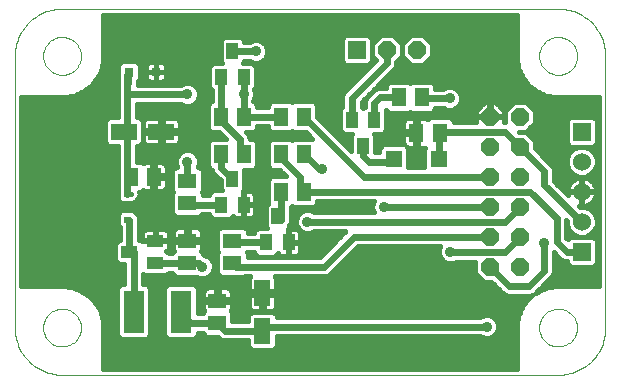
<source format=gtl>
G75*
G70*
%OFA0B0*%
%FSLAX24Y24*%
%IPPOS*%
%LPD*%
%AMOC8*
5,1,8,0,0,1.08239X$1,22.5*
%
%ADD10R,0.0512X0.0630*%
%ADD11R,0.0709X0.1417*%
%ADD12OC8,0.0600*%
%ADD13R,0.0630X0.0512*%
%ADD14R,0.0551X0.0394*%
%ADD15R,0.0591X0.0512*%
%ADD16R,0.0551X0.0866*%
%ADD17R,0.0236X0.0236*%
%ADD18R,0.0512X0.0591*%
%ADD19R,0.0866X0.0551*%
%ADD20R,0.0315X0.0315*%
%ADD21R,0.0600X0.0600*%
%ADD22C,0.0600*%
%ADD23R,0.0551X0.0551*%
%ADD24R,0.0394X0.0551*%
%ADD25C,0.0000*%
%ADD26C,0.0160*%
%ADD27C,0.0356*%
%ADD28C,0.0240*%
D10*
X012026Y009519D03*
X012774Y009519D03*
X012774Y010769D03*
X012026Y010769D03*
X010774Y010769D03*
X010026Y010769D03*
X010026Y012019D03*
X010774Y012019D03*
X012026Y012019D03*
X012774Y012019D03*
X015960Y012669D03*
X016708Y012669D03*
X016530Y011488D03*
X017318Y011488D03*
D11*
X008688Y005519D03*
X007113Y005519D03*
D12*
X018983Y007019D03*
X019983Y007019D03*
X019983Y008019D03*
X018983Y008019D03*
X018983Y009019D03*
X019983Y009019D03*
X019983Y010019D03*
X018983Y010019D03*
X018983Y011019D03*
X019983Y011019D03*
X019983Y012019D03*
X018983Y012019D03*
X016546Y014243D03*
X015546Y014243D03*
D13*
X008900Y009893D03*
X008900Y009145D03*
X008900Y007893D03*
X008900Y007145D03*
X010400Y007145D03*
X010400Y007893D03*
D14*
X007834Y007893D03*
X006967Y007519D03*
X007834Y007145D03*
D15*
X009900Y005893D03*
X009900Y005145D03*
D16*
X011400Y004889D03*
X011400Y006149D03*
D17*
X006900Y008586D03*
X006900Y009452D03*
D18*
X007026Y010019D03*
X007774Y010019D03*
D19*
X008030Y011519D03*
X006771Y011519D03*
D20*
X006958Y013519D03*
X007843Y013519D03*
D21*
X014546Y014243D03*
X022042Y011519D03*
X022042Y007519D03*
D22*
X022042Y008519D03*
X022042Y009519D03*
X022042Y010519D03*
D23*
X017273Y010619D03*
X015776Y010619D03*
D24*
X014759Y011054D03*
X015133Y011921D03*
X014385Y011921D03*
X010774Y013336D03*
X010026Y013336D03*
X010400Y014202D03*
X010400Y009952D03*
X010026Y009086D03*
X010774Y009086D03*
X011900Y008702D03*
X011526Y007836D03*
X012274Y007836D03*
D25*
X004719Y003417D02*
X021255Y003417D01*
X021255Y003416D02*
X021332Y003418D01*
X021409Y003424D01*
X021486Y003433D01*
X021562Y003446D01*
X021638Y003463D01*
X021712Y003484D01*
X021786Y003508D01*
X021858Y003536D01*
X021928Y003567D01*
X021997Y003602D01*
X022065Y003640D01*
X022130Y003681D01*
X022193Y003726D01*
X022254Y003774D01*
X022313Y003824D01*
X022369Y003877D01*
X022422Y003933D01*
X022472Y003992D01*
X022520Y004053D01*
X022565Y004116D01*
X022606Y004181D01*
X022644Y004249D01*
X022679Y004318D01*
X022710Y004388D01*
X022738Y004460D01*
X022762Y004534D01*
X022783Y004608D01*
X022800Y004684D01*
X022813Y004760D01*
X022822Y004837D01*
X022828Y004914D01*
X022830Y004991D01*
X022830Y014047D01*
X022828Y014124D01*
X022822Y014201D01*
X022813Y014278D01*
X022800Y014354D01*
X022783Y014430D01*
X022762Y014504D01*
X022738Y014578D01*
X022710Y014650D01*
X022679Y014720D01*
X022644Y014789D01*
X022606Y014857D01*
X022565Y014922D01*
X022520Y014985D01*
X022472Y015046D01*
X022422Y015105D01*
X022369Y015161D01*
X022313Y015214D01*
X022254Y015264D01*
X022193Y015312D01*
X022130Y015357D01*
X022065Y015398D01*
X021997Y015436D01*
X021928Y015471D01*
X021858Y015502D01*
X021786Y015530D01*
X021712Y015554D01*
X021638Y015575D01*
X021562Y015592D01*
X021486Y015605D01*
X021409Y015614D01*
X021332Y015620D01*
X021255Y015622D01*
X021255Y015621D02*
X004719Y015621D01*
X004719Y015622D02*
X004642Y015620D01*
X004565Y015614D01*
X004488Y015605D01*
X004412Y015592D01*
X004336Y015575D01*
X004262Y015554D01*
X004188Y015530D01*
X004116Y015502D01*
X004046Y015471D01*
X003977Y015436D01*
X003909Y015398D01*
X003844Y015357D01*
X003781Y015312D01*
X003720Y015264D01*
X003661Y015214D01*
X003605Y015161D01*
X003552Y015105D01*
X003502Y015046D01*
X003454Y014985D01*
X003409Y014922D01*
X003368Y014857D01*
X003330Y014789D01*
X003295Y014720D01*
X003264Y014650D01*
X003236Y014578D01*
X003212Y014504D01*
X003191Y014430D01*
X003174Y014354D01*
X003161Y014278D01*
X003152Y014201D01*
X003146Y014124D01*
X003144Y014047D01*
X003145Y014047D02*
X003145Y004991D01*
X003144Y004991D02*
X003146Y004914D01*
X003152Y004837D01*
X003161Y004760D01*
X003174Y004684D01*
X003191Y004608D01*
X003212Y004534D01*
X003236Y004460D01*
X003264Y004388D01*
X003295Y004318D01*
X003330Y004249D01*
X003368Y004181D01*
X003409Y004116D01*
X003454Y004053D01*
X003502Y003992D01*
X003552Y003933D01*
X003605Y003877D01*
X003661Y003824D01*
X003720Y003774D01*
X003781Y003726D01*
X003844Y003681D01*
X003909Y003640D01*
X003977Y003602D01*
X004046Y003567D01*
X004116Y003536D01*
X004188Y003508D01*
X004262Y003484D01*
X004336Y003463D01*
X004412Y003446D01*
X004488Y003433D01*
X004565Y003424D01*
X004642Y003418D01*
X004719Y003416D01*
X004089Y004991D02*
X004091Y005041D01*
X004097Y005091D01*
X004107Y005140D01*
X004121Y005188D01*
X004138Y005235D01*
X004159Y005280D01*
X004184Y005324D01*
X004212Y005365D01*
X004244Y005404D01*
X004278Y005441D01*
X004315Y005475D01*
X004355Y005505D01*
X004397Y005532D01*
X004441Y005556D01*
X004487Y005577D01*
X004534Y005593D01*
X004582Y005606D01*
X004632Y005615D01*
X004681Y005620D01*
X004732Y005621D01*
X004782Y005618D01*
X004831Y005611D01*
X004880Y005600D01*
X004928Y005585D01*
X004974Y005567D01*
X005019Y005545D01*
X005062Y005519D01*
X005103Y005490D01*
X005142Y005458D01*
X005178Y005423D01*
X005210Y005385D01*
X005240Y005345D01*
X005267Y005302D01*
X005290Y005258D01*
X005309Y005212D01*
X005325Y005164D01*
X005337Y005115D01*
X005345Y005066D01*
X005349Y005016D01*
X005349Y004966D01*
X005345Y004916D01*
X005337Y004867D01*
X005325Y004818D01*
X005309Y004770D01*
X005290Y004724D01*
X005267Y004680D01*
X005240Y004637D01*
X005210Y004597D01*
X005178Y004559D01*
X005142Y004524D01*
X005103Y004492D01*
X005062Y004463D01*
X005019Y004437D01*
X004974Y004415D01*
X004928Y004397D01*
X004880Y004382D01*
X004831Y004371D01*
X004782Y004364D01*
X004732Y004361D01*
X004681Y004362D01*
X004632Y004367D01*
X004582Y004376D01*
X004534Y004389D01*
X004487Y004405D01*
X004441Y004426D01*
X004397Y004450D01*
X004355Y004477D01*
X004315Y004507D01*
X004278Y004541D01*
X004244Y004578D01*
X004212Y004617D01*
X004184Y004658D01*
X004159Y004702D01*
X004138Y004747D01*
X004121Y004794D01*
X004107Y004842D01*
X004097Y004891D01*
X004091Y004941D01*
X004089Y004991D01*
X004089Y014047D02*
X004091Y014097D01*
X004097Y014147D01*
X004107Y014196D01*
X004121Y014244D01*
X004138Y014291D01*
X004159Y014336D01*
X004184Y014380D01*
X004212Y014421D01*
X004244Y014460D01*
X004278Y014497D01*
X004315Y014531D01*
X004355Y014561D01*
X004397Y014588D01*
X004441Y014612D01*
X004487Y014633D01*
X004534Y014649D01*
X004582Y014662D01*
X004632Y014671D01*
X004681Y014676D01*
X004732Y014677D01*
X004782Y014674D01*
X004831Y014667D01*
X004880Y014656D01*
X004928Y014641D01*
X004974Y014623D01*
X005019Y014601D01*
X005062Y014575D01*
X005103Y014546D01*
X005142Y014514D01*
X005178Y014479D01*
X005210Y014441D01*
X005240Y014401D01*
X005267Y014358D01*
X005290Y014314D01*
X005309Y014268D01*
X005325Y014220D01*
X005337Y014171D01*
X005345Y014122D01*
X005349Y014072D01*
X005349Y014022D01*
X005345Y013972D01*
X005337Y013923D01*
X005325Y013874D01*
X005309Y013826D01*
X005290Y013780D01*
X005267Y013736D01*
X005240Y013693D01*
X005210Y013653D01*
X005178Y013615D01*
X005142Y013580D01*
X005103Y013548D01*
X005062Y013519D01*
X005019Y013493D01*
X004974Y013471D01*
X004928Y013453D01*
X004880Y013438D01*
X004831Y013427D01*
X004782Y013420D01*
X004732Y013417D01*
X004681Y013418D01*
X004632Y013423D01*
X004582Y013432D01*
X004534Y013445D01*
X004487Y013461D01*
X004441Y013482D01*
X004397Y013506D01*
X004355Y013533D01*
X004315Y013563D01*
X004278Y013597D01*
X004244Y013634D01*
X004212Y013673D01*
X004184Y013714D01*
X004159Y013758D01*
X004138Y013803D01*
X004121Y013850D01*
X004107Y013898D01*
X004097Y013947D01*
X004091Y013997D01*
X004089Y014047D01*
X020625Y014047D02*
X020627Y014097D01*
X020633Y014147D01*
X020643Y014196D01*
X020657Y014244D01*
X020674Y014291D01*
X020695Y014336D01*
X020720Y014380D01*
X020748Y014421D01*
X020780Y014460D01*
X020814Y014497D01*
X020851Y014531D01*
X020891Y014561D01*
X020933Y014588D01*
X020977Y014612D01*
X021023Y014633D01*
X021070Y014649D01*
X021118Y014662D01*
X021168Y014671D01*
X021217Y014676D01*
X021268Y014677D01*
X021318Y014674D01*
X021367Y014667D01*
X021416Y014656D01*
X021464Y014641D01*
X021510Y014623D01*
X021555Y014601D01*
X021598Y014575D01*
X021639Y014546D01*
X021678Y014514D01*
X021714Y014479D01*
X021746Y014441D01*
X021776Y014401D01*
X021803Y014358D01*
X021826Y014314D01*
X021845Y014268D01*
X021861Y014220D01*
X021873Y014171D01*
X021881Y014122D01*
X021885Y014072D01*
X021885Y014022D01*
X021881Y013972D01*
X021873Y013923D01*
X021861Y013874D01*
X021845Y013826D01*
X021826Y013780D01*
X021803Y013736D01*
X021776Y013693D01*
X021746Y013653D01*
X021714Y013615D01*
X021678Y013580D01*
X021639Y013548D01*
X021598Y013519D01*
X021555Y013493D01*
X021510Y013471D01*
X021464Y013453D01*
X021416Y013438D01*
X021367Y013427D01*
X021318Y013420D01*
X021268Y013417D01*
X021217Y013418D01*
X021168Y013423D01*
X021118Y013432D01*
X021070Y013445D01*
X021023Y013461D01*
X020977Y013482D01*
X020933Y013506D01*
X020891Y013533D01*
X020851Y013563D01*
X020814Y013597D01*
X020780Y013634D01*
X020748Y013673D01*
X020720Y013714D01*
X020695Y013758D01*
X020674Y013803D01*
X020657Y013850D01*
X020643Y013898D01*
X020633Y013947D01*
X020627Y013997D01*
X020625Y014047D01*
X020625Y004991D02*
X020627Y005041D01*
X020633Y005091D01*
X020643Y005140D01*
X020657Y005188D01*
X020674Y005235D01*
X020695Y005280D01*
X020720Y005324D01*
X020748Y005365D01*
X020780Y005404D01*
X020814Y005441D01*
X020851Y005475D01*
X020891Y005505D01*
X020933Y005532D01*
X020977Y005556D01*
X021023Y005577D01*
X021070Y005593D01*
X021118Y005606D01*
X021168Y005615D01*
X021217Y005620D01*
X021268Y005621D01*
X021318Y005618D01*
X021367Y005611D01*
X021416Y005600D01*
X021464Y005585D01*
X021510Y005567D01*
X021555Y005545D01*
X021598Y005519D01*
X021639Y005490D01*
X021678Y005458D01*
X021714Y005423D01*
X021746Y005385D01*
X021776Y005345D01*
X021803Y005302D01*
X021826Y005258D01*
X021845Y005212D01*
X021861Y005164D01*
X021873Y005115D01*
X021881Y005066D01*
X021885Y005016D01*
X021885Y004966D01*
X021881Y004916D01*
X021873Y004867D01*
X021861Y004818D01*
X021845Y004770D01*
X021826Y004724D01*
X021803Y004680D01*
X021776Y004637D01*
X021746Y004597D01*
X021714Y004559D01*
X021678Y004524D01*
X021639Y004492D01*
X021598Y004463D01*
X021555Y004437D01*
X021510Y004415D01*
X021464Y004397D01*
X021416Y004382D01*
X021367Y004371D01*
X021318Y004364D01*
X021268Y004361D01*
X021217Y004362D01*
X021168Y004367D01*
X021118Y004376D01*
X021070Y004389D01*
X021023Y004405D01*
X020977Y004426D01*
X020933Y004450D01*
X020891Y004477D01*
X020851Y004507D01*
X020814Y004541D01*
X020780Y004578D01*
X020748Y004617D01*
X020720Y004658D01*
X020695Y004702D01*
X020674Y004747D01*
X020657Y004794D01*
X020643Y004842D01*
X020633Y004891D01*
X020627Y004941D01*
X020625Y004991D01*
D26*
X019880Y005080D02*
X019874Y005074D01*
X019874Y004999D01*
X019868Y004923D01*
X019874Y004917D01*
X019874Y003617D01*
X006100Y003617D01*
X006100Y004917D01*
X006106Y004923D01*
X006100Y004999D01*
X006100Y005074D01*
X006095Y005080D01*
X006093Y005107D01*
X006101Y005121D01*
X006087Y005188D01*
X006082Y005256D01*
X006070Y005267D01*
X006062Y005302D01*
X006069Y005316D01*
X006045Y005381D01*
X006030Y005448D01*
X006017Y005456D01*
X006004Y005490D01*
X006009Y005505D01*
X005976Y005565D01*
X005952Y005630D01*
X005937Y005636D01*
X005920Y005667D01*
X005923Y005684D01*
X005882Y005738D01*
X005849Y005799D01*
X005833Y005803D01*
X005812Y005832D01*
X005812Y005848D01*
X005763Y005896D01*
X005722Y005951D01*
X005706Y005953D01*
X006559Y005953D01*
X006559Y005795D02*
X005851Y005795D01*
X005937Y005636D02*
X006559Y005636D01*
X006559Y005478D02*
X006009Y005478D01*
X006068Y005319D02*
X006559Y005319D01*
X006559Y005161D02*
X006093Y005161D01*
X006100Y005002D02*
X006559Y005002D01*
X006559Y004844D02*
X006100Y004844D01*
X006100Y004685D02*
X006601Y004685D01*
X006559Y004728D02*
X006676Y004610D01*
X007550Y004610D01*
X007667Y004728D01*
X007667Y006311D01*
X007550Y006428D01*
X007433Y006428D01*
X007433Y006790D01*
X007475Y006748D01*
X008192Y006748D01*
X008269Y006825D01*
X008386Y006825D01*
X008386Y006806D01*
X008503Y006689D01*
X009209Y006689D01*
X009325Y006641D01*
X009476Y006641D01*
X009615Y006699D01*
X009721Y006805D01*
X009779Y006944D01*
X009779Y007094D01*
X009721Y007233D01*
X009615Y007340D01*
X009476Y007397D01*
X009475Y007397D01*
X009456Y007416D01*
X009415Y007433D01*
X009415Y007484D01*
X009364Y007535D01*
X009383Y007568D01*
X009395Y007613D01*
X009395Y007845D01*
X008949Y007845D01*
X008949Y007941D01*
X009395Y007941D01*
X009395Y008173D01*
X009886Y008173D01*
X009886Y008232D02*
X009886Y007554D01*
X009921Y007519D01*
X009886Y007484D01*
X009886Y006806D01*
X010003Y006689D01*
X010798Y006689D01*
X010808Y006699D01*
X010987Y006699D01*
X010981Y006693D01*
X010957Y006651D01*
X010945Y006606D01*
X010945Y006207D01*
X011342Y006207D01*
X011342Y006091D01*
X010945Y006091D01*
X010945Y005692D01*
X010957Y005646D01*
X010981Y005605D01*
X011014Y005572D01*
X011055Y005548D01*
X011101Y005536D01*
X011343Y005536D01*
X011343Y006091D01*
X011458Y006091D01*
X011458Y005536D01*
X011700Y005536D01*
X011746Y005548D01*
X011787Y005572D01*
X011820Y005605D01*
X011844Y005646D01*
X011856Y005692D01*
X011856Y006091D01*
X011459Y006091D01*
X011459Y006207D01*
X011856Y006207D01*
X011856Y006606D01*
X011844Y006651D01*
X011820Y006693D01*
X011814Y006699D01*
X013376Y006699D01*
X013504Y006699D01*
X013621Y006748D01*
X014572Y007699D01*
X017329Y007699D01*
X017282Y007586D01*
X017282Y007436D01*
X017340Y007297D01*
X017446Y007191D01*
X017585Y007133D01*
X017736Y007133D01*
X017874Y007191D01*
X017875Y007191D01*
X018483Y007191D01*
X018483Y006812D01*
X018776Y006519D01*
X019031Y006519D01*
X019361Y006188D01*
X019451Y006098D01*
X019569Y006049D01*
X020207Y006049D01*
X020334Y006049D01*
X020385Y006070D01*
X020350Y006036D01*
X020295Y005995D01*
X020293Y005978D01*
X020268Y005953D01*
X020252Y005951D01*
X020211Y005896D01*
X020162Y005848D01*
X020162Y005832D01*
X020141Y005803D01*
X020125Y005799D01*
X020093Y005738D01*
X020051Y005684D01*
X020054Y005667D01*
X020037Y005636D01*
X020022Y005630D01*
X019998Y005565D01*
X019965Y005505D01*
X019970Y005490D01*
X019957Y005456D01*
X019944Y005448D01*
X019929Y005381D01*
X019905Y005316D01*
X019912Y005302D01*
X019904Y005267D01*
X019892Y005256D01*
X019887Y005188D01*
X019873Y005121D01*
X019881Y005107D01*
X019880Y005080D01*
X019874Y005002D02*
X019255Y005002D01*
X019255Y004944D02*
X019255Y005094D01*
X019197Y005233D01*
X019091Y005340D01*
X018952Y005397D01*
X018802Y005397D01*
X018663Y005340D01*
X018662Y005339D01*
X011876Y005339D01*
X011876Y005405D01*
X011759Y005522D01*
X011042Y005522D01*
X010925Y005405D01*
X010925Y005209D01*
X010396Y005209D01*
X010396Y005484D01*
X010345Y005535D01*
X010363Y005568D01*
X010376Y005613D01*
X010376Y005845D01*
X009949Y005845D01*
X009949Y005941D01*
X010376Y005941D01*
X010376Y006173D01*
X010363Y006218D01*
X010340Y006259D01*
X010306Y006293D01*
X010265Y006317D01*
X010219Y006329D01*
X009948Y006329D01*
X009948Y005941D01*
X009852Y005941D01*
X009852Y005845D01*
X009425Y005845D01*
X009425Y005613D01*
X009437Y005568D01*
X009456Y005535D01*
X009405Y005484D01*
X009405Y005465D01*
X009242Y005465D01*
X009242Y006311D01*
X009125Y006428D01*
X008251Y006428D01*
X008134Y006311D01*
X008134Y004728D01*
X008251Y004610D01*
X009125Y004610D01*
X009242Y004728D01*
X009242Y004825D01*
X009405Y004825D01*
X009405Y004806D01*
X009522Y004689D01*
X009904Y004689D01*
X009975Y004618D01*
X010093Y004569D01*
X010925Y004569D01*
X010925Y004373D01*
X011042Y004256D01*
X011759Y004256D01*
X011876Y004373D01*
X011876Y004699D01*
X018662Y004699D01*
X018663Y004699D01*
X018802Y004641D01*
X018952Y004641D01*
X019091Y004699D01*
X019197Y004805D01*
X019255Y004944D01*
X019213Y004844D02*
X019874Y004844D01*
X019874Y004685D02*
X019059Y004685D01*
X018695Y004685D02*
X011876Y004685D01*
X011876Y004526D02*
X019874Y004526D01*
X019874Y004368D02*
X011871Y004368D01*
X010930Y004368D02*
X006100Y004368D01*
X006100Y004526D02*
X010925Y004526D01*
X009908Y004685D02*
X009200Y004685D01*
X009062Y005145D02*
X008688Y005519D01*
X009242Y005478D02*
X009405Y005478D01*
X009425Y005636D02*
X009242Y005636D01*
X009242Y005795D02*
X009425Y005795D01*
X009425Y005941D02*
X009852Y005941D01*
X009852Y006329D01*
X009581Y006329D01*
X009536Y006317D01*
X009495Y006293D01*
X009461Y006259D01*
X009437Y006218D01*
X009425Y006173D01*
X009425Y005941D01*
X009425Y005953D02*
X009242Y005953D01*
X009242Y006112D02*
X009425Y006112D01*
X009472Y006270D02*
X009242Y006270D01*
X009852Y006270D02*
X009948Y006270D01*
X009948Y006112D02*
X009852Y006112D01*
X009852Y005953D02*
X009948Y005953D01*
X010376Y005953D02*
X010945Y005953D01*
X010945Y005795D02*
X010376Y005795D01*
X010376Y005636D02*
X010963Y005636D01*
X010998Y005478D02*
X010396Y005478D01*
X010396Y005319D02*
X010925Y005319D01*
X011343Y005636D02*
X011458Y005636D01*
X011458Y005795D02*
X011343Y005795D01*
X011343Y005953D02*
X011458Y005953D01*
X011459Y006112D02*
X019438Y006112D01*
X019279Y006270D02*
X011856Y006270D01*
X011856Y006429D02*
X019121Y006429D01*
X018708Y006588D02*
X011856Y006588D01*
X011342Y006112D02*
X010376Y006112D01*
X010329Y006270D02*
X010945Y006270D01*
X010945Y006429D02*
X007433Y006429D01*
X007433Y006588D02*
X010945Y006588D01*
X010915Y007339D02*
X013307Y007339D01*
X014167Y008199D01*
X013115Y008199D01*
X013115Y008199D01*
X012976Y008141D01*
X012825Y008141D01*
X012686Y008199D01*
X012580Y008305D01*
X012522Y008444D01*
X012522Y008594D01*
X012580Y008733D01*
X012686Y008840D01*
X012825Y008897D01*
X012976Y008897D01*
X013115Y008840D01*
X013115Y008839D01*
X015105Y008839D01*
X015062Y008944D01*
X015062Y009094D01*
X015105Y009199D01*
X013230Y009199D01*
X013230Y009121D01*
X013113Y009004D01*
X012436Y009004D01*
X012400Y009039D01*
X012365Y009004D01*
X012346Y009004D01*
X012346Y008578D01*
X012347Y008517D01*
X012346Y008516D01*
X012346Y008514D01*
X012322Y008455D01*
X012299Y008399D01*
X012298Y008398D01*
X012298Y008397D01*
X012297Y008396D01*
X012297Y008344D01*
X012245Y008292D01*
X012256Y008292D01*
X012256Y007855D01*
X012293Y007855D01*
X012293Y008292D01*
X012495Y008292D01*
X012541Y008279D01*
X012582Y008256D01*
X012615Y008222D01*
X012639Y008181D01*
X012651Y008135D01*
X012651Y007854D01*
X012293Y007854D01*
X012293Y007817D01*
X012293Y007380D01*
X012495Y007380D01*
X012541Y007393D01*
X012582Y007416D01*
X012615Y007450D01*
X012639Y007491D01*
X012651Y007537D01*
X012651Y007817D01*
X012293Y007817D01*
X012256Y007817D01*
X012256Y007380D01*
X012054Y007380D01*
X012008Y007393D01*
X011967Y007416D01*
X011934Y007450D01*
X011920Y007474D01*
X011806Y007360D01*
X011247Y007360D01*
X011130Y007478D01*
X011130Y007516D01*
X010883Y007516D01*
X010915Y007484D01*
X010915Y007339D01*
X010915Y007380D02*
X011227Y007380D01*
X011826Y007380D02*
X013349Y007380D01*
X013507Y007539D02*
X012651Y007539D01*
X012651Y007697D02*
X013666Y007697D01*
X013824Y007856D02*
X012651Y007856D01*
X012651Y008014D02*
X013983Y008014D01*
X014141Y008173D02*
X013053Y008173D01*
X012748Y008173D02*
X012641Y008173D01*
X012569Y008332D02*
X012285Y008332D01*
X012293Y008173D02*
X012256Y008173D01*
X012256Y008014D02*
X012293Y008014D01*
X012293Y007856D02*
X012256Y007856D01*
X012256Y007697D02*
X012293Y007697D01*
X012293Y007539D02*
X012256Y007539D01*
X011536Y008312D02*
X011247Y008312D01*
X011130Y008194D01*
X011130Y008156D01*
X010915Y008156D01*
X010915Y008232D01*
X010798Y008349D01*
X010003Y008349D01*
X009886Y008232D01*
X009985Y008332D02*
X007287Y008332D01*
X007287Y008490D02*
X011504Y008490D01*
X011504Y008344D02*
X011536Y008312D01*
X011516Y008332D02*
X010816Y008332D01*
X010915Y008173D02*
X011130Y008173D01*
X011504Y008344D02*
X011504Y009061D01*
X011571Y009127D01*
X011571Y009917D01*
X010797Y009917D01*
X010797Y010076D02*
X012141Y010076D01*
X012183Y010034D02*
X011688Y010034D01*
X011571Y009917D01*
X011571Y009758D02*
X010797Y009758D01*
X010797Y009600D02*
X011571Y009600D01*
X011571Y009441D02*
X011133Y009441D01*
X011139Y009431D02*
X011115Y009472D01*
X011082Y009506D01*
X011041Y009529D01*
X010995Y009542D01*
X010793Y009542D01*
X010793Y009105D01*
X010756Y009105D01*
X010756Y009542D01*
X010745Y009542D01*
X010797Y009594D01*
X010797Y010254D01*
X011113Y010254D01*
X011230Y010371D01*
X011230Y011167D01*
X011113Y011284D01*
X010970Y011284D01*
X010970Y011333D01*
X010922Y011450D01*
X010868Y011504D01*
X011113Y011504D01*
X011230Y011621D01*
X011230Y011699D01*
X011571Y011699D01*
X011571Y011621D01*
X011688Y011504D01*
X012365Y011504D01*
X012400Y011539D01*
X012436Y011504D01*
X012837Y011504D01*
X013057Y011284D01*
X012436Y011284D01*
X012400Y011249D01*
X012365Y011284D01*
X011688Y011284D01*
X011571Y011167D01*
X011571Y010371D01*
X011688Y010254D01*
X011963Y010254D01*
X012183Y010034D01*
X011983Y010234D02*
X010797Y010234D01*
X011230Y010393D02*
X011571Y010393D01*
X011571Y010551D02*
X011230Y010551D01*
X011230Y010710D02*
X011571Y010710D01*
X011571Y010868D02*
X011230Y010868D01*
X011230Y011027D02*
X011571Y011027D01*
X011589Y011185D02*
X011212Y011185D01*
X010966Y011344D02*
X012997Y011344D01*
X012839Y011502D02*
X010870Y011502D01*
X011230Y011661D02*
X011571Y011661D01*
X011571Y012339D02*
X011230Y012339D01*
X011230Y012417D01*
X011113Y012534D01*
X011094Y012534D01*
X011094Y012554D01*
X011095Y012555D01*
X011153Y012694D01*
X011153Y012844D01*
X011119Y012925D01*
X011171Y012978D01*
X011171Y013694D01*
X011054Y013812D01*
X010765Y013812D01*
X010797Y013844D01*
X010797Y013882D01*
X010973Y013882D01*
X011109Y013826D01*
X011259Y013826D01*
X011398Y013884D01*
X011504Y013990D01*
X011562Y014129D01*
X011562Y014279D01*
X011504Y014418D01*
X011398Y014525D01*
X011259Y014582D01*
X011109Y014582D01*
X010970Y014525D01*
X010967Y014522D01*
X010797Y014522D01*
X010797Y014561D01*
X010680Y014678D01*
X010121Y014678D01*
X010004Y014561D01*
X010004Y013844D01*
X010036Y013812D01*
X009747Y013812D01*
X009630Y013694D01*
X009630Y012978D01*
X009706Y012901D01*
X009706Y012534D01*
X009688Y012534D01*
X009571Y012417D01*
X009571Y011621D01*
X009688Y011504D01*
X009963Y011504D01*
X010183Y011284D01*
X009688Y011284D01*
X009571Y011167D01*
X009571Y010371D01*
X009688Y010254D01*
X009710Y010254D01*
X009755Y010145D01*
X009845Y010055D01*
X010004Y009896D01*
X010004Y009594D01*
X010036Y009562D01*
X009747Y009562D01*
X009630Y009444D01*
X009630Y009406D01*
X009415Y009406D01*
X009415Y009484D01*
X009380Y009519D01*
X009415Y009554D01*
X009415Y010232D01*
X009298Y010349D01*
X009239Y010349D01*
X009279Y010444D01*
X009279Y010594D01*
X009221Y010733D01*
X009115Y010840D01*
X008976Y010897D01*
X008825Y010897D01*
X008686Y010840D01*
X008580Y010733D01*
X008522Y010594D01*
X008522Y010444D01*
X008562Y010349D01*
X008503Y010349D01*
X008386Y010232D01*
X008386Y009554D01*
X008421Y009519D01*
X008386Y009484D01*
X008386Y008806D01*
X008503Y008689D01*
X009298Y008689D01*
X009375Y008766D01*
X009630Y008766D01*
X009630Y008728D01*
X009747Y008610D01*
X010306Y008610D01*
X010420Y008724D01*
X010434Y008700D01*
X010467Y008666D01*
X010508Y008643D01*
X010554Y008630D01*
X010756Y008630D01*
X010756Y009067D01*
X010793Y009067D01*
X010793Y008630D01*
X010995Y008630D01*
X011041Y008643D01*
X011082Y008666D01*
X011115Y008700D01*
X011139Y008741D01*
X011151Y008787D01*
X011151Y009067D01*
X010793Y009067D01*
X010793Y009104D01*
X011151Y009104D01*
X011151Y009385D01*
X011139Y009431D01*
X011151Y009283D02*
X011571Y009283D01*
X011567Y009124D02*
X011151Y009124D01*
X011151Y008966D02*
X011504Y008966D01*
X011504Y008807D02*
X011151Y008807D01*
X011051Y008649D02*
X011504Y008649D01*
X010793Y008649D02*
X010756Y008649D01*
X010756Y008807D02*
X010793Y008807D01*
X010793Y008966D02*
X010756Y008966D01*
X010756Y009124D02*
X010793Y009124D01*
X010793Y009283D02*
X010756Y009283D01*
X010756Y009441D02*
X010793Y009441D01*
X010004Y009600D02*
X009415Y009600D01*
X009415Y009758D02*
X010004Y009758D01*
X009983Y009917D02*
X009415Y009917D01*
X009415Y010076D02*
X009824Y010076D01*
X009718Y010234D02*
X009413Y010234D01*
X009257Y010393D02*
X009571Y010393D01*
X009571Y010551D02*
X009279Y010551D01*
X009231Y010710D02*
X009571Y010710D01*
X009571Y010868D02*
X009045Y010868D01*
X008755Y010868D02*
X007220Y010868D01*
X007220Y010710D02*
X008570Y010710D01*
X008522Y010551D02*
X007220Y010551D01*
X007220Y010514D02*
X007220Y011043D01*
X007286Y011043D01*
X007404Y011161D01*
X007404Y011877D01*
X007286Y011995D01*
X007220Y011995D01*
X007220Y012449D01*
X008686Y012449D01*
X008686Y012449D01*
X008825Y012391D01*
X008976Y012391D01*
X009115Y012449D01*
X009221Y012555D01*
X009279Y012694D01*
X009279Y012844D01*
X009221Y012983D01*
X009115Y013090D01*
X008976Y013147D01*
X008825Y013147D01*
X008686Y013090D01*
X008686Y013089D01*
X007235Y013089D01*
X007248Y013211D01*
X007315Y013279D01*
X007315Y013759D01*
X007198Y013876D01*
X006717Y013876D01*
X006600Y013759D01*
X006600Y013524D01*
X006580Y013476D01*
X006580Y012978D01*
X006576Y012931D01*
X006580Y012915D01*
X006580Y012898D01*
X006580Y012833D01*
X006580Y012705D01*
X006580Y011995D01*
X006255Y011995D01*
X006137Y011877D01*
X006137Y011161D01*
X006255Y011043D01*
X006580Y011043D01*
X006580Y010407D01*
X006571Y010397D01*
X006571Y009641D01*
X006580Y009631D01*
X006580Y009388D01*
X006582Y009384D01*
X006582Y009251D01*
X006699Y009134D01*
X006832Y009134D01*
X006837Y009132D01*
X006964Y009132D01*
X006969Y009134D01*
X007101Y009134D01*
X007180Y009213D01*
X007185Y009215D01*
X007264Y009294D01*
X007306Y009396D01*
X007306Y009508D01*
X007300Y009524D01*
X007365Y009524D01*
X007416Y009575D01*
X007449Y009556D01*
X007495Y009544D01*
X007726Y009544D01*
X007726Y009971D01*
X007822Y009971D01*
X007822Y009544D01*
X008054Y009544D01*
X008100Y009556D01*
X008141Y009580D01*
X008174Y009613D01*
X008198Y009654D01*
X008210Y009700D01*
X008210Y009971D01*
X007823Y009971D01*
X007823Y010067D01*
X008210Y010067D01*
X008210Y010338D01*
X008198Y010384D01*
X008174Y010425D01*
X008141Y010458D01*
X008100Y010482D01*
X008054Y010494D01*
X007822Y010494D01*
X007822Y010067D01*
X007726Y010067D01*
X007726Y010494D01*
X007495Y010494D01*
X007449Y010482D01*
X007416Y010463D01*
X007365Y010514D01*
X007220Y010514D01*
X007726Y010393D02*
X007822Y010393D01*
X007822Y010234D02*
X007726Y010234D01*
X007726Y010076D02*
X007822Y010076D01*
X007822Y009917D02*
X007726Y009917D01*
X007726Y009758D02*
X007822Y009758D01*
X007822Y009600D02*
X007726Y009600D01*
X008161Y009600D02*
X008386Y009600D01*
X008386Y009758D02*
X008210Y009758D01*
X008210Y009917D02*
X008386Y009917D01*
X008386Y010076D02*
X008210Y010076D01*
X008210Y010234D02*
X008388Y010234D01*
X008544Y010393D02*
X008193Y010393D01*
X008088Y011063D02*
X008487Y011063D01*
X008533Y011076D01*
X008574Y011099D01*
X008607Y011133D01*
X008631Y011174D01*
X008643Y011220D01*
X008643Y011461D01*
X008088Y011461D01*
X008088Y011063D01*
X007973Y011063D02*
X007574Y011063D01*
X007528Y011076D01*
X007487Y011099D01*
X007453Y011133D01*
X007430Y011174D01*
X007417Y011220D01*
X007417Y011461D01*
X007972Y011461D01*
X007972Y011577D01*
X007417Y011577D01*
X007417Y011818D01*
X007430Y011864D01*
X007453Y011905D01*
X007487Y011939D01*
X007528Y011962D01*
X007574Y011975D01*
X007973Y011975D01*
X007973Y011577D01*
X008088Y011577D01*
X008088Y011975D01*
X008487Y011975D01*
X008533Y011962D01*
X008574Y011939D01*
X008607Y011905D01*
X008631Y011864D01*
X008643Y011818D01*
X008643Y011577D01*
X008088Y011577D01*
X008088Y011461D01*
X007973Y011461D01*
X007973Y011063D01*
X007973Y011185D02*
X008088Y011185D01*
X008088Y011344D02*
X007973Y011344D01*
X007972Y011502D02*
X007404Y011502D01*
X007404Y011344D02*
X007417Y011344D01*
X007404Y011185D02*
X007427Y011185D01*
X007220Y011027D02*
X009571Y011027D01*
X009589Y011185D02*
X008634Y011185D01*
X008643Y011344D02*
X010123Y011344D01*
X009965Y011502D02*
X008088Y011502D01*
X008088Y011661D02*
X007973Y011661D01*
X007973Y011819D02*
X008088Y011819D01*
X008643Y011819D02*
X009571Y011819D01*
X009571Y011661D02*
X008643Y011661D01*
X009571Y011978D02*
X007303Y011978D01*
X007220Y012137D02*
X009571Y012137D01*
X009571Y012295D02*
X007220Y012295D01*
X006580Y012295D02*
X003345Y012295D01*
X003345Y012137D02*
X006580Y012137D01*
X006580Y012454D02*
X003345Y012454D01*
X003345Y012612D02*
X006580Y012612D01*
X006580Y012771D02*
X005258Y012771D01*
X005233Y012757D02*
X005293Y012790D01*
X005357Y012814D01*
X005364Y012829D01*
X005395Y012846D01*
X005411Y012843D01*
X005466Y012884D01*
X005526Y012917D01*
X005531Y012933D01*
X005559Y012954D01*
X005576Y012954D01*
X005624Y013002D01*
X005679Y013044D01*
X005681Y013060D01*
X005706Y013085D01*
X005722Y013087D01*
X005763Y013142D01*
X005812Y013190D01*
X005812Y013207D01*
X005833Y013235D01*
X005849Y013240D01*
X005882Y013300D01*
X005923Y013354D01*
X005920Y013371D01*
X005937Y013402D01*
X005952Y013408D01*
X005976Y013473D01*
X006009Y013533D01*
X006004Y013548D01*
X006017Y013582D01*
X006030Y013590D01*
X006045Y013657D01*
X006069Y013722D01*
X006600Y013722D01*
X006600Y013563D02*
X006010Y013563D01*
X006069Y013722D02*
X006062Y013736D01*
X006070Y013771D01*
X006082Y013782D01*
X006087Y013850D01*
X006101Y013917D01*
X006093Y013931D01*
X006095Y013958D01*
X006100Y013964D01*
X006100Y014039D01*
X010004Y014039D01*
X010004Y013881D02*
X006094Y013881D01*
X006100Y014039D02*
X006106Y014115D01*
X006100Y014121D01*
X006100Y015421D01*
X019874Y015421D01*
X019874Y014121D01*
X019868Y014115D01*
X019874Y014039D01*
X017046Y014039D01*
X017046Y014036D02*
X016753Y013743D01*
X016339Y013743D01*
X016046Y014036D01*
X016046Y014451D01*
X016339Y014743D01*
X016753Y014743D01*
X017046Y014451D01*
X017046Y014036D01*
X017046Y014198D02*
X019874Y014198D01*
X019874Y014356D02*
X017046Y014356D01*
X016982Y014515D02*
X019874Y014515D01*
X019874Y014673D02*
X016823Y014673D01*
X016269Y014673D02*
X015823Y014673D01*
X015753Y014743D02*
X015339Y014743D01*
X015046Y014451D01*
X015046Y014036D01*
X015179Y013904D01*
X014113Y012838D01*
X014065Y012721D01*
X014065Y012593D01*
X014065Y012356D01*
X013988Y012279D01*
X013988Y011562D01*
X014105Y011445D01*
X014394Y011445D01*
X014362Y011413D01*
X014362Y010884D01*
X013230Y012016D01*
X013230Y012417D01*
X013113Y012534D01*
X012436Y012534D01*
X012400Y012499D01*
X012365Y012534D01*
X011688Y012534D01*
X011571Y012417D01*
X011571Y012339D01*
X011607Y012454D02*
X011194Y012454D01*
X011119Y012612D02*
X014065Y012612D01*
X014065Y012454D02*
X013194Y012454D01*
X013230Y012295D02*
X014004Y012295D01*
X013988Y012137D02*
X013230Y012137D01*
X013268Y011978D02*
X013988Y011978D01*
X013988Y011819D02*
X013427Y011819D01*
X013585Y011661D02*
X013988Y011661D01*
X014048Y011502D02*
X013744Y011502D01*
X013902Y011344D02*
X014362Y011344D01*
X014362Y011185D02*
X014061Y011185D01*
X014219Y011027D02*
X014362Y011027D01*
X015156Y011027D02*
X015350Y011027D01*
X015301Y010978D02*
X015301Y010831D01*
X015156Y010831D01*
X015156Y011413D01*
X015123Y011445D01*
X015412Y011445D01*
X015530Y011562D01*
X015530Y012245D01*
X015621Y012154D01*
X016298Y012154D01*
X016334Y012189D01*
X016369Y012154D01*
X017046Y012154D01*
X017163Y012271D01*
X017163Y012309D01*
X017422Y012309D01*
X017422Y012309D01*
X017561Y012251D01*
X017712Y012251D01*
X017851Y012309D01*
X017957Y012415D01*
X018015Y012554D01*
X018015Y012704D01*
X017957Y012843D01*
X017851Y012950D01*
X017712Y013007D01*
X017561Y013007D01*
X017422Y012950D01*
X017422Y012949D01*
X017163Y012949D01*
X017163Y013066D01*
X017046Y013184D01*
X016369Y013184D01*
X016334Y013148D01*
X016298Y013184D01*
X015621Y013184D01*
X015504Y013066D01*
X015504Y012989D01*
X015270Y012989D01*
X015152Y012940D01*
X015062Y012850D01*
X014861Y012649D01*
X014813Y012532D01*
X014813Y012404D01*
X014813Y012356D01*
X014759Y012302D01*
X014705Y012356D01*
X014705Y012524D01*
X015817Y013637D01*
X015866Y013755D01*
X015866Y013856D01*
X016046Y014036D01*
X016046Y014451D01*
X015753Y014743D01*
X015982Y014515D02*
X016110Y014515D01*
X016046Y014356D02*
X016046Y014356D01*
X016046Y014198D02*
X016046Y014198D01*
X016046Y014039D02*
X016046Y014039D01*
X015890Y013881D02*
X016202Y013881D01*
X015853Y013722D02*
X019905Y013722D01*
X019929Y013657D01*
X019944Y013590D01*
X019957Y013582D01*
X019970Y013548D01*
X019965Y013533D01*
X019998Y013473D01*
X020022Y013408D01*
X020037Y013402D01*
X020054Y013371D01*
X020051Y013354D01*
X020093Y013300D01*
X020125Y013240D01*
X020141Y013235D01*
X020162Y013207D01*
X020162Y013190D01*
X020211Y013142D01*
X020252Y013087D01*
X020268Y013085D01*
X020293Y013060D01*
X020295Y013044D01*
X020350Y013002D01*
X020398Y012954D01*
X020415Y012954D01*
X020443Y012933D01*
X020448Y012917D01*
X020508Y012884D01*
X020563Y012843D01*
X020579Y012846D01*
X020610Y012829D01*
X020617Y012814D01*
X020681Y012790D01*
X020741Y012757D01*
X020757Y012762D01*
X020790Y012749D01*
X020799Y012736D01*
X020866Y012721D01*
X020930Y012697D01*
X020945Y012704D01*
X020979Y012696D01*
X020990Y012684D01*
X021058Y012679D01*
X021125Y012664D01*
X021139Y012673D01*
X021166Y012671D01*
X021172Y012666D01*
X021248Y012666D01*
X021323Y012660D01*
X021329Y012666D01*
X022630Y012666D01*
X022630Y006373D01*
X021329Y006373D01*
X021323Y006378D01*
X021248Y006373D01*
X021172Y006373D01*
X021166Y006367D01*
X021139Y006365D01*
X021125Y006374D01*
X021058Y006359D01*
X020990Y006354D01*
X020979Y006342D01*
X020945Y006334D01*
X020930Y006341D01*
X020866Y006317D01*
X020799Y006303D01*
X020790Y006289D01*
X020757Y006276D01*
X020741Y006281D01*
X020681Y006248D01*
X020617Y006224D01*
X020610Y006209D01*
X020579Y006193D01*
X020563Y006195D01*
X020508Y006154D01*
X020507Y006153D01*
X020968Y006614D01*
X021058Y006704D01*
X021106Y006821D01*
X021106Y007499D01*
X021267Y007338D01*
X021357Y007248D01*
X021475Y007199D01*
X021542Y007199D01*
X021542Y007136D01*
X021659Y007019D01*
X022425Y007019D01*
X022542Y007136D01*
X022542Y007902D01*
X022425Y008019D01*
X021659Y008019D01*
X021575Y007935D01*
X021531Y007978D01*
X021531Y008567D01*
X021542Y008557D01*
X021542Y008420D01*
X021618Y008236D01*
X021759Y008095D01*
X021943Y008019D01*
X022142Y008019D01*
X022325Y008095D01*
X022466Y008236D01*
X022542Y008420D01*
X022542Y008619D01*
X022466Y008802D01*
X022325Y008943D01*
X022142Y009019D01*
X021985Y009019D01*
X021956Y009047D01*
X022004Y009039D01*
X022022Y009039D01*
X022022Y009499D01*
X021562Y009499D01*
X021562Y009481D01*
X021572Y009418D01*
X021102Y009871D01*
X021102Y010284D01*
X021054Y010401D01*
X020964Y010491D01*
X020483Y010972D01*
X020483Y011226D01*
X020190Y011519D01*
X020483Y011812D01*
X020483Y012226D01*
X020190Y012519D01*
X019776Y012519D01*
X019483Y012226D01*
X019483Y011847D01*
X019463Y011847D01*
X019463Y011999D01*
X019003Y011999D01*
X019003Y012039D01*
X018963Y012039D01*
X018963Y011999D01*
X018503Y011999D01*
X018503Y011847D01*
X017774Y011847D01*
X017774Y011885D01*
X017657Y012002D01*
X016979Y012002D01*
X016910Y011933D01*
X016897Y011947D01*
X016856Y011970D01*
X016810Y011982D01*
X016578Y011982D01*
X016578Y011536D01*
X016482Y011536D01*
X016482Y011982D01*
X016251Y011982D01*
X016205Y011970D01*
X016164Y011947D01*
X016130Y011913D01*
X016107Y011872D01*
X016094Y011826D01*
X016094Y011536D01*
X016482Y011536D01*
X016482Y011440D01*
X016094Y011440D01*
X016094Y011149D01*
X016107Y011103D01*
X016111Y011095D01*
X015418Y011095D01*
X015301Y010978D01*
X015301Y010868D02*
X015156Y010868D01*
X015156Y011185D02*
X016094Y011185D01*
X016094Y011344D02*
X015156Y011344D01*
X015470Y011502D02*
X016482Y011502D01*
X016482Y011439D02*
X016578Y011439D01*
X016578Y010993D01*
X016810Y010993D01*
X016812Y010993D01*
X016797Y010978D01*
X016797Y010339D01*
X016252Y010339D01*
X016252Y010978D01*
X016232Y010998D01*
X016251Y010993D01*
X016482Y010993D01*
X016482Y011439D01*
X016482Y011344D02*
X016578Y011344D01*
X016578Y011185D02*
X016482Y011185D01*
X016482Y011027D02*
X016578Y011027D01*
X016797Y010868D02*
X016252Y010868D01*
X016252Y010710D02*
X016797Y010710D01*
X016797Y010551D02*
X016252Y010551D01*
X016252Y010393D02*
X016797Y010393D01*
X016578Y011661D02*
X016482Y011661D01*
X016482Y011819D02*
X016578Y011819D01*
X016578Y011978D02*
X016482Y011978D01*
X016234Y011978D02*
X015530Y011978D01*
X015530Y011819D02*
X016094Y011819D01*
X016094Y011661D02*
X015530Y011661D01*
X015530Y012137D02*
X018503Y012137D01*
X018503Y012218D02*
X018503Y012039D01*
X018963Y012039D01*
X018963Y012499D01*
X018784Y012499D01*
X018503Y012218D01*
X018580Y012295D02*
X017818Y012295D01*
X017973Y012454D02*
X018739Y012454D01*
X018963Y012454D02*
X019003Y012454D01*
X019003Y012499D02*
X019003Y012039D01*
X019463Y012039D01*
X019463Y012218D01*
X019182Y012499D01*
X019003Y012499D01*
X019003Y012295D02*
X018963Y012295D01*
X018963Y012137D02*
X019003Y012137D01*
X019386Y012295D02*
X019552Y012295D01*
X019483Y012137D02*
X019463Y012137D01*
X019463Y011978D02*
X019483Y011978D01*
X019936Y011519D02*
X020190Y011519D01*
X019936Y011519D01*
X019936Y011519D01*
X020207Y011502D02*
X021542Y011502D01*
X021542Y011344D02*
X020365Y011344D01*
X020483Y011185D02*
X021542Y011185D01*
X021542Y011136D02*
X021659Y011019D01*
X022425Y011019D01*
X022542Y011136D01*
X022542Y011902D01*
X022425Y012019D01*
X021659Y012019D01*
X021542Y011902D01*
X021542Y011136D01*
X021652Y011027D02*
X020483Y011027D01*
X020586Y010868D02*
X021684Y010868D01*
X021618Y010802D02*
X021542Y010619D01*
X021542Y010420D01*
X021618Y010236D01*
X021759Y010095D01*
X021943Y010019D01*
X022142Y010019D01*
X022325Y010095D01*
X022466Y010236D01*
X022542Y010420D01*
X022542Y010619D01*
X022466Y010802D01*
X022325Y010943D01*
X022142Y011019D01*
X021943Y011019D01*
X021759Y010943D01*
X021618Y010802D01*
X021580Y010710D02*
X020745Y010710D01*
X020904Y010551D02*
X021542Y010551D01*
X021553Y010393D02*
X021057Y010393D01*
X021102Y010234D02*
X021620Y010234D01*
X021806Y010076D02*
X021102Y010076D01*
X021102Y009917D02*
X021773Y009917D01*
X021791Y009930D02*
X021729Y009885D01*
X021676Y009832D01*
X021632Y009771D01*
X021597Y009703D01*
X021574Y009631D01*
X021562Y009557D01*
X021562Y009539D01*
X022022Y009539D01*
X022022Y009499D01*
X022062Y009499D01*
X022062Y009039D01*
X022080Y009039D01*
X022155Y009051D01*
X022226Y009074D01*
X022294Y009109D01*
X022355Y009153D01*
X022408Y009206D01*
X022453Y009267D01*
X022487Y009335D01*
X022510Y009407D01*
X022522Y009481D01*
X022522Y009499D01*
X022062Y009499D01*
X022062Y009539D01*
X022022Y009539D01*
X022022Y009999D01*
X022004Y009999D01*
X021930Y009987D01*
X021858Y009964D01*
X021791Y009930D01*
X022022Y009917D02*
X022062Y009917D01*
X022062Y009999D02*
X022062Y009539D01*
X022522Y009539D01*
X022522Y009557D01*
X022510Y009631D01*
X022487Y009703D01*
X022453Y009771D01*
X022408Y009832D01*
X022355Y009885D01*
X022294Y009930D01*
X022226Y009964D01*
X022155Y009987D01*
X022080Y009999D01*
X022062Y009999D01*
X022278Y010076D02*
X022630Y010076D01*
X022630Y010234D02*
X022464Y010234D01*
X022531Y010393D02*
X022630Y010393D01*
X022630Y010551D02*
X022542Y010551D01*
X022504Y010710D02*
X022630Y010710D01*
X022630Y010868D02*
X022400Y010868D01*
X022433Y011027D02*
X022630Y011027D01*
X022630Y011185D02*
X022542Y011185D01*
X022542Y011344D02*
X022630Y011344D01*
X022630Y011502D02*
X022542Y011502D01*
X022542Y011661D02*
X022630Y011661D01*
X022630Y011819D02*
X022542Y011819D01*
X022466Y011978D02*
X022630Y011978D01*
X022630Y012137D02*
X020483Y012137D01*
X020483Y011978D02*
X021618Y011978D01*
X021542Y011819D02*
X020483Y011819D01*
X020332Y011661D02*
X021542Y011661D01*
X022630Y012295D02*
X020414Y012295D01*
X020256Y012454D02*
X022630Y012454D01*
X022630Y012612D02*
X018015Y012612D01*
X017987Y012771D02*
X020716Y012771D01*
X020444Y012929D02*
X017871Y012929D01*
X017142Y013088D02*
X020251Y013088D01*
X020122Y013246D02*
X015427Y013246D01*
X015525Y013088D02*
X015268Y013088D01*
X015142Y012929D02*
X015110Y012929D01*
X014983Y012771D02*
X014951Y012771D01*
X014846Y012612D02*
X014793Y012612D01*
X014813Y012454D02*
X014705Y012454D01*
X014086Y012771D02*
X011153Y012771D01*
X011123Y012929D02*
X014205Y012929D01*
X014363Y013088D02*
X011171Y013088D01*
X011171Y013246D02*
X014522Y013246D01*
X014680Y013405D02*
X011171Y013405D01*
X011171Y013563D02*
X014839Y013563D01*
X014929Y013743D02*
X015046Y013861D01*
X015046Y014626D01*
X014929Y014743D01*
X014163Y014743D01*
X014046Y014626D01*
X014046Y013861D01*
X014163Y013743D01*
X014929Y013743D01*
X014997Y013722D02*
X011144Y013722D01*
X010977Y013881D02*
X010797Y013881D01*
X011391Y013881D02*
X014046Y013881D01*
X014046Y014039D02*
X011525Y014039D01*
X011562Y014198D02*
X014046Y014198D01*
X014046Y014356D02*
X011530Y014356D01*
X011408Y014515D02*
X014046Y014515D01*
X014093Y014673D02*
X010685Y014673D01*
X010116Y014673D02*
X006100Y014673D01*
X006100Y014515D02*
X010004Y014515D01*
X010004Y014356D02*
X006100Y014356D01*
X006100Y014198D02*
X010004Y014198D01*
X009657Y013722D02*
X008175Y013722D01*
X008181Y013700D02*
X008169Y013746D01*
X008145Y013787D01*
X008111Y013821D01*
X008070Y013844D01*
X008025Y013856D01*
X007844Y013856D01*
X007844Y013519D01*
X008181Y013519D01*
X008181Y013700D01*
X008181Y013563D02*
X009630Y013563D01*
X009630Y013405D02*
X008181Y013405D01*
X008181Y013338D02*
X008181Y013519D01*
X007844Y013519D01*
X007844Y013519D01*
X007844Y013182D01*
X008025Y013182D01*
X008070Y013194D01*
X008111Y013218D01*
X008145Y013251D01*
X008169Y013292D01*
X008181Y013338D01*
X008140Y013246D02*
X009630Y013246D01*
X009630Y013088D02*
X009116Y013088D01*
X009243Y012929D02*
X009678Y012929D01*
X009706Y012771D02*
X009279Y012771D01*
X009245Y012612D02*
X009706Y012612D01*
X009607Y012454D02*
X009120Y012454D01*
X010026Y012019D02*
X010026Y011893D01*
X010650Y010893D02*
X010774Y010769D01*
X012026Y010769D02*
X012026Y010643D01*
X012650Y009643D02*
X012774Y009519D01*
X013230Y009124D02*
X015074Y009124D01*
X015062Y008966D02*
X012346Y008966D01*
X012346Y008807D02*
X012654Y008807D01*
X012545Y008649D02*
X012346Y008649D01*
X012336Y008490D02*
X012522Y008490D01*
X014095Y007222D02*
X017415Y007222D01*
X017305Y007380D02*
X014254Y007380D01*
X014412Y007539D02*
X017282Y007539D01*
X017328Y007697D02*
X014571Y007697D01*
X013937Y007063D02*
X018483Y007063D01*
X018483Y006905D02*
X013778Y006905D01*
X013617Y006746D02*
X018549Y006746D01*
X020123Y005795D02*
X011856Y005795D01*
X011856Y005953D02*
X020268Y005953D01*
X020037Y005636D02*
X011838Y005636D01*
X011803Y005478D02*
X019965Y005478D01*
X019906Y005319D02*
X019111Y005319D01*
X019227Y005161D02*
X019881Y005161D01*
X019874Y004209D02*
X006100Y004209D01*
X006100Y004051D02*
X019874Y004051D01*
X019874Y003892D02*
X006100Y003892D01*
X006100Y003734D02*
X019874Y003734D01*
X020624Y006270D02*
X020722Y006270D01*
X020783Y006429D02*
X022630Y006429D01*
X022630Y006588D02*
X020941Y006588D01*
X021075Y006746D02*
X022630Y006746D01*
X022630Y006905D02*
X021106Y006905D01*
X021106Y007063D02*
X021615Y007063D01*
X021420Y007222D02*
X021106Y007222D01*
X021106Y007380D02*
X021224Y007380D01*
X021531Y008014D02*
X021655Y008014D01*
X021681Y008173D02*
X021531Y008173D01*
X021531Y008332D02*
X021579Y008332D01*
X021542Y008490D02*
X021531Y008490D01*
X022270Y008966D02*
X022630Y008966D01*
X022630Y009124D02*
X022315Y009124D01*
X022461Y009283D02*
X022630Y009283D01*
X022630Y009441D02*
X022516Y009441D01*
X022515Y009600D02*
X022630Y009600D01*
X022630Y009758D02*
X022459Y009758D01*
X022311Y009917D02*
X022630Y009917D01*
X022062Y009758D02*
X022022Y009758D01*
X022022Y009600D02*
X022062Y009600D01*
X022062Y009441D02*
X022022Y009441D01*
X022022Y009283D02*
X022062Y009283D01*
X022062Y009124D02*
X022022Y009124D01*
X022461Y008807D02*
X022630Y008807D01*
X022630Y008649D02*
X022530Y008649D01*
X022542Y008490D02*
X022630Y008490D01*
X022630Y008332D02*
X022506Y008332D01*
X022403Y008173D02*
X022630Y008173D01*
X022630Y008014D02*
X022430Y008014D01*
X022542Y007856D02*
X022630Y007856D01*
X022630Y007697D02*
X022542Y007697D01*
X022542Y007539D02*
X022630Y007539D01*
X022630Y007380D02*
X022542Y007380D01*
X022542Y007222D02*
X022630Y007222D01*
X022630Y007063D02*
X022469Y007063D01*
X021569Y009441D02*
X021548Y009441D01*
X021569Y009600D02*
X021384Y009600D01*
X021219Y009758D02*
X021625Y009758D01*
X018503Y011978D02*
X017681Y011978D01*
X017455Y012295D02*
X017163Y012295D01*
X016955Y011978D02*
X016827Y011978D01*
X015585Y013405D02*
X020030Y013405D01*
X019964Y013563D02*
X015744Y013563D01*
X015156Y013881D02*
X015046Y013881D01*
X015046Y014039D02*
X015046Y014039D01*
X015046Y014198D02*
X015046Y014198D01*
X015046Y014356D02*
X015046Y014356D01*
X015046Y014515D02*
X015110Y014515D01*
X014999Y014673D02*
X015269Y014673D01*
X016890Y013881D02*
X019881Y013881D01*
X019887Y013850D02*
X019892Y013782D01*
X019904Y013771D01*
X019912Y013736D01*
X019905Y013722D01*
X019887Y013850D02*
X019873Y013917D01*
X019881Y013931D01*
X019880Y013958D01*
X019874Y013964D01*
X019874Y014039D01*
X019874Y014832D02*
X006100Y014832D01*
X006100Y014990D02*
X019874Y014990D01*
X019874Y015149D02*
X006100Y015149D01*
X006100Y015307D02*
X019874Y015307D01*
X019711Y012454D02*
X019227Y012454D01*
X010498Y008649D02*
X010344Y008649D01*
X009709Y008649D02*
X007287Y008649D01*
X007287Y008650D02*
X007239Y008767D01*
X007149Y008857D01*
X007148Y008858D01*
X007101Y008904D01*
X007036Y008904D01*
X007031Y008906D01*
X006904Y008906D01*
X006899Y008904D01*
X006699Y008904D01*
X006582Y008787D01*
X006582Y008385D01*
X006647Y008320D01*
X006647Y007916D01*
X006609Y007916D01*
X006492Y007799D01*
X006492Y007239D01*
X006609Y007122D01*
X006793Y007122D01*
X006793Y006428D01*
X006676Y006428D01*
X006559Y006311D01*
X006559Y004728D01*
X007625Y004685D02*
X008176Y004685D01*
X008134Y004844D02*
X007667Y004844D01*
X007667Y005002D02*
X008134Y005002D01*
X008134Y005161D02*
X007667Y005161D01*
X007667Y005319D02*
X008134Y005319D01*
X008134Y005478D02*
X007667Y005478D01*
X007667Y005636D02*
X008134Y005636D01*
X008134Y005795D02*
X007667Y005795D01*
X007667Y005953D02*
X008134Y005953D01*
X008134Y006112D02*
X007667Y006112D01*
X007667Y006270D02*
X008134Y006270D01*
X008446Y006746D02*
X007433Y006746D01*
X006793Y006746D02*
X003345Y006746D01*
X003345Y006588D02*
X006793Y006588D01*
X006793Y006429D02*
X003345Y006429D01*
X003345Y006373D02*
X003345Y012666D01*
X004645Y012666D01*
X004651Y012660D01*
X004726Y012666D01*
X004802Y012666D01*
X004808Y012671D01*
X004835Y012673D01*
X004849Y012664D01*
X004916Y012679D01*
X004984Y012684D01*
X004995Y012696D01*
X005030Y012704D01*
X005044Y012697D01*
X005109Y012721D01*
X005176Y012736D01*
X005184Y012749D01*
X005217Y012762D01*
X005233Y012757D01*
X005530Y012929D02*
X006576Y012929D01*
X006580Y013088D02*
X005723Y013088D01*
X005853Y013246D02*
X006580Y013246D01*
X006580Y013405D02*
X005944Y013405D01*
X006900Y013413D02*
X006958Y013519D01*
X007315Y013563D02*
X007506Y013563D01*
X007506Y013519D02*
X007843Y013519D01*
X007506Y013519D01*
X007506Y013338D01*
X007518Y013292D01*
X007542Y013251D01*
X007575Y013218D01*
X007616Y013194D01*
X007662Y013182D01*
X007843Y013182D01*
X007843Y013519D01*
X007843Y013519D01*
X007844Y013519D01*
X007843Y013519D01*
X007843Y013856D01*
X007662Y013856D01*
X007616Y013844D01*
X007575Y013821D01*
X007542Y013787D01*
X007518Y013746D01*
X007506Y013700D01*
X007506Y013519D01*
X007506Y013405D02*
X007315Y013405D01*
X007283Y013246D02*
X007546Y013246D01*
X007843Y013246D02*
X007844Y013246D01*
X007843Y013405D02*
X007844Y013405D01*
X007843Y013563D02*
X007844Y013563D01*
X007843Y013722D02*
X007844Y013722D01*
X007512Y013722D02*
X007315Y013722D01*
X006238Y011978D02*
X003345Y011978D01*
X003345Y011819D02*
X006137Y011819D01*
X006137Y011661D02*
X003345Y011661D01*
X003345Y011502D02*
X006137Y011502D01*
X006137Y011344D02*
X003345Y011344D01*
X003345Y011185D02*
X006137Y011185D01*
X006580Y011027D02*
X003345Y011027D01*
X003345Y010868D02*
X006580Y010868D01*
X006580Y010710D02*
X003345Y010710D01*
X003345Y010551D02*
X006580Y010551D01*
X006571Y010393D02*
X003345Y010393D01*
X003345Y010234D02*
X006571Y010234D01*
X006571Y010076D02*
X003345Y010076D01*
X003345Y009917D02*
X006571Y009917D01*
X006571Y009758D02*
X003345Y009758D01*
X003345Y009600D02*
X006580Y009600D01*
X006580Y009441D02*
X003345Y009441D01*
X003345Y009283D02*
X006582Y009283D01*
X006900Y009452D02*
X007026Y009452D01*
X007306Y009441D02*
X008386Y009441D01*
X008386Y009283D02*
X007253Y009283D01*
X007199Y008807D02*
X008386Y008807D01*
X008386Y008966D02*
X003345Y008966D01*
X003345Y009124D02*
X008386Y009124D01*
X008900Y009145D02*
X008960Y009086D01*
X009415Y009441D02*
X009630Y009441D01*
X009285Y008317D02*
X009239Y008329D01*
X008948Y008329D01*
X008948Y007941D01*
X008852Y007941D01*
X008852Y007845D01*
X008406Y007845D01*
X008406Y007613D01*
X008418Y007568D01*
X008437Y007535D01*
X008386Y007484D01*
X008386Y007465D01*
X008269Y007465D01*
X008196Y007538D01*
X008220Y007552D01*
X008253Y007586D01*
X008277Y007627D01*
X008289Y007672D01*
X008289Y007875D01*
X007852Y007875D01*
X007852Y007911D01*
X008289Y007911D01*
X008289Y008114D01*
X008277Y008159D01*
X008253Y008200D01*
X008220Y008234D01*
X008179Y008258D01*
X008133Y008270D01*
X007852Y008270D01*
X007852Y007912D01*
X007815Y007912D01*
X007815Y008270D01*
X007534Y008270D01*
X007488Y008258D01*
X007447Y008234D01*
X007414Y008200D01*
X007390Y008159D01*
X007378Y008114D01*
X007378Y007911D01*
X007815Y007911D01*
X007815Y007875D01*
X007378Y007875D01*
X007378Y007864D01*
X007326Y007916D01*
X007287Y007916D01*
X007287Y008650D01*
X006967Y008586D02*
X006900Y008586D01*
X006582Y008649D02*
X003345Y008649D01*
X003345Y008807D02*
X006603Y008807D01*
X006582Y008490D02*
X003345Y008490D01*
X003345Y008332D02*
X006636Y008332D01*
X006647Y008173D02*
X003345Y008173D01*
X003345Y008014D02*
X006647Y008014D01*
X006549Y007856D02*
X003345Y007856D01*
X003345Y007697D02*
X006492Y007697D01*
X006492Y007539D02*
X003345Y007539D01*
X003345Y007380D02*
X006492Y007380D01*
X006509Y007222D02*
X003345Y007222D01*
X003345Y007063D02*
X006793Y007063D01*
X006793Y006905D02*
X003345Y006905D01*
X003345Y006373D02*
X004645Y006373D01*
X004651Y006378D01*
X004726Y006373D01*
X004802Y006373D01*
X004808Y006367D01*
X004835Y006365D01*
X004849Y006374D01*
X004916Y006359D01*
X004984Y006354D01*
X004995Y006342D01*
X005030Y006334D01*
X005044Y006341D01*
X005109Y006317D01*
X005176Y006303D01*
X005184Y006289D01*
X005217Y006276D01*
X005233Y006281D01*
X005293Y006248D01*
X005357Y006224D01*
X005364Y006209D01*
X005395Y006193D01*
X005411Y006195D01*
X005466Y006154D01*
X005526Y006121D01*
X005531Y006105D01*
X005559Y006084D01*
X005576Y006084D01*
X005624Y006036D01*
X005679Y005995D01*
X005681Y005978D01*
X005706Y005953D01*
X005529Y006112D02*
X006559Y006112D01*
X006559Y006270D02*
X005252Y006270D01*
X006967Y007519D02*
X007113Y007519D01*
X007287Y008014D02*
X007378Y008014D01*
X007398Y008173D02*
X007287Y008173D01*
X007815Y008173D02*
X007852Y008173D01*
X007852Y008014D02*
X007815Y008014D01*
X008289Y008014D02*
X008406Y008014D01*
X008406Y007941D02*
X008852Y007941D01*
X008852Y008329D01*
X008562Y008329D01*
X008516Y008317D01*
X008475Y008293D01*
X008441Y008259D01*
X008418Y008218D01*
X008406Y008173D01*
X008269Y008173D01*
X008406Y008173D02*
X008406Y007941D01*
X008289Y007856D02*
X008852Y007856D01*
X008949Y007856D02*
X009886Y007856D01*
X009886Y008014D02*
X009395Y008014D01*
X009395Y008173D02*
X009383Y008218D01*
X009359Y008259D01*
X009326Y008293D01*
X009285Y008317D01*
X008948Y008173D02*
X008852Y008173D01*
X008852Y008014D02*
X008948Y008014D01*
X009395Y007697D02*
X009886Y007697D01*
X009901Y007539D02*
X009366Y007539D01*
X009516Y007380D02*
X009886Y007380D01*
X009886Y007222D02*
X009726Y007222D01*
X009779Y007063D02*
X009886Y007063D01*
X009886Y006905D02*
X009762Y006905D01*
X009662Y006746D02*
X009946Y006746D01*
X008434Y007539D02*
X008196Y007539D01*
X008289Y007697D02*
X008406Y007697D01*
X007026Y010019D02*
X006900Y010019D01*
X006900Y011519D02*
X006771Y011519D01*
X007404Y011661D02*
X007417Y011661D01*
X007404Y011819D02*
X007418Y011819D01*
D27*
X008900Y012769D03*
X010774Y012769D03*
X011184Y014204D03*
X008900Y010519D03*
X007900Y008519D03*
X009400Y007019D03*
X012900Y008019D03*
X012900Y008519D03*
X015440Y009019D03*
X013400Y010269D03*
X017637Y012629D03*
X020786Y007822D03*
X017660Y007511D03*
X018877Y005019D03*
X018062Y004322D03*
X006400Y004519D03*
D28*
X007113Y005519D02*
X007113Y007519D01*
X006967Y007519D02*
X006967Y008586D01*
X006900Y009452D02*
X006900Y009893D01*
X007026Y010019D01*
X006900Y010019D02*
X006900Y011519D01*
X006900Y012769D01*
X008900Y012769D01*
X010026Y013336D02*
X010026Y012019D01*
X010026Y011893D02*
X010650Y011269D01*
X010650Y010893D01*
X010026Y010769D02*
X010026Y010326D01*
X010400Y009952D01*
X010026Y009086D02*
X008960Y009086D01*
X008900Y009893D02*
X008900Y010519D01*
X010774Y012019D02*
X010774Y012769D01*
X010774Y013336D01*
X010400Y014202D02*
X011182Y014202D01*
X011184Y014204D01*
X011900Y012145D02*
X012026Y012019D01*
X010774Y012019D01*
X012026Y010643D02*
X012650Y010019D01*
X012650Y009643D01*
X012774Y009519D02*
X020326Y009519D01*
X021211Y008633D01*
X021211Y007846D01*
X021538Y007519D01*
X022042Y007519D01*
X020786Y007822D02*
X020786Y006885D01*
X020271Y006369D01*
X019633Y006369D01*
X018983Y007019D01*
X019475Y007511D02*
X017660Y007511D01*
X018983Y008019D02*
X014440Y008019D01*
X013440Y007019D01*
X010526Y007019D01*
X010400Y007145D01*
X010458Y007836D02*
X010400Y007893D01*
X010458Y007836D02*
X011526Y007836D01*
X012026Y008578D02*
X012026Y009519D01*
X011900Y008702D02*
X012026Y008578D01*
X012900Y008519D02*
X019483Y008519D01*
X019983Y009019D01*
X018983Y009019D02*
X015440Y009019D01*
X014774Y010019D02*
X018983Y010019D01*
X019983Y011019D02*
X019475Y011527D01*
X017330Y011527D01*
X017290Y011488D01*
X017318Y011488D01*
X017273Y011442D01*
X017273Y010619D01*
X015776Y010619D02*
X015668Y010511D01*
X014960Y010511D01*
X014759Y010712D01*
X014759Y011054D01*
X015133Y011921D02*
X015133Y012468D01*
X015334Y012669D01*
X015960Y012669D01*
X016708Y012669D02*
X016747Y012629D01*
X017637Y012629D01*
X015546Y013818D02*
X014385Y012657D01*
X014385Y011921D01*
X012900Y012019D02*
X012774Y012019D01*
X014774Y010019D01*
X013400Y010269D02*
X013274Y010269D01*
X012774Y010769D01*
X015546Y013818D02*
X015546Y014243D01*
X019983Y011019D02*
X020782Y010220D01*
X020782Y009736D01*
X022042Y008519D01*
X019983Y008019D02*
X019475Y007511D01*
X018877Y005019D02*
X011530Y005019D01*
X011400Y004889D01*
X010156Y004889D01*
X009900Y005145D01*
X009062Y005145D01*
X009400Y007019D02*
X009274Y007145D01*
X008900Y007145D01*
X007834Y007145D01*
X006900Y012769D02*
X006900Y012962D01*
X006958Y013519D01*
X006900Y013413D02*
X006900Y012962D01*
M02*

</source>
